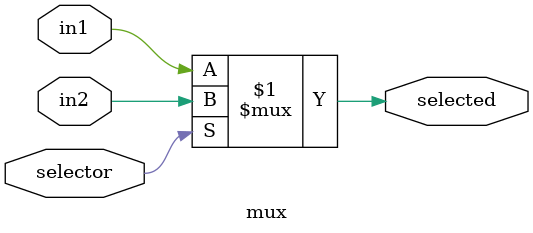
<source format=v>
`timescale 1ns / 1ps



(* DONT_TOUCH="yes"*)
module mux(
    input wire selector,
    input wire in1,
    input wire in2,
    output wire selected
);

assign selected = selector ? in2 : in1;

endmodule

</source>
